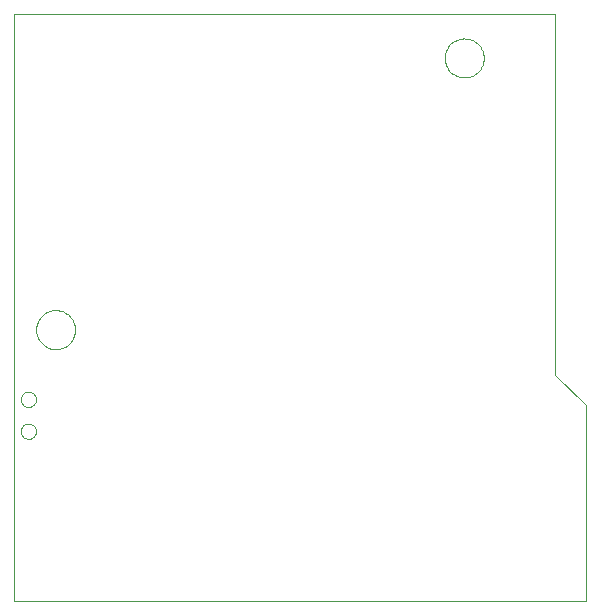
<source format=gbo>
G75*
G70*
%OFA0B0*%
%FSLAX24Y24*%
%IPPOS*%
%LPD*%
%AMOC8*
5,1,8,0,0,1.08239X$1,22.5*
%
%ADD10C,0.0000*%
D10*
X002631Y002862D02*
X002631Y022429D01*
X020662Y022429D01*
X020662Y010421D01*
X021686Y009398D01*
X021686Y002862D01*
X002631Y002862D01*
X002847Y008532D02*
X002849Y008563D01*
X002855Y008594D01*
X002864Y008624D01*
X002877Y008653D01*
X002894Y008680D01*
X002914Y008704D01*
X002936Y008726D01*
X002962Y008745D01*
X002989Y008761D01*
X003018Y008773D01*
X003048Y008782D01*
X003079Y008787D01*
X003111Y008788D01*
X003142Y008785D01*
X003173Y008778D01*
X003203Y008768D01*
X003231Y008754D01*
X003257Y008736D01*
X003281Y008716D01*
X003302Y008692D01*
X003321Y008667D01*
X003336Y008639D01*
X003347Y008610D01*
X003355Y008579D01*
X003359Y008548D01*
X003359Y008516D01*
X003355Y008485D01*
X003347Y008454D01*
X003336Y008425D01*
X003321Y008397D01*
X003302Y008372D01*
X003281Y008348D01*
X003257Y008328D01*
X003231Y008310D01*
X003203Y008296D01*
X003173Y008286D01*
X003142Y008279D01*
X003111Y008276D01*
X003079Y008277D01*
X003048Y008282D01*
X003018Y008291D01*
X002989Y008303D01*
X002962Y008319D01*
X002936Y008338D01*
X002914Y008360D01*
X002894Y008384D01*
X002877Y008411D01*
X002864Y008440D01*
X002855Y008470D01*
X002849Y008501D01*
X002847Y008532D01*
X002847Y009595D02*
X002849Y009626D01*
X002855Y009657D01*
X002864Y009687D01*
X002877Y009716D01*
X002894Y009743D01*
X002914Y009767D01*
X002936Y009789D01*
X002962Y009808D01*
X002989Y009824D01*
X003018Y009836D01*
X003048Y009845D01*
X003079Y009850D01*
X003111Y009851D01*
X003142Y009848D01*
X003173Y009841D01*
X003203Y009831D01*
X003231Y009817D01*
X003257Y009799D01*
X003281Y009779D01*
X003302Y009755D01*
X003321Y009730D01*
X003336Y009702D01*
X003347Y009673D01*
X003355Y009642D01*
X003359Y009611D01*
X003359Y009579D01*
X003355Y009548D01*
X003347Y009517D01*
X003336Y009488D01*
X003321Y009460D01*
X003302Y009435D01*
X003281Y009411D01*
X003257Y009391D01*
X003231Y009373D01*
X003203Y009359D01*
X003173Y009349D01*
X003142Y009342D01*
X003111Y009339D01*
X003079Y009340D01*
X003048Y009345D01*
X003018Y009354D01*
X002989Y009366D01*
X002962Y009382D01*
X002936Y009401D01*
X002914Y009423D01*
X002894Y009447D01*
X002877Y009474D01*
X002864Y009503D01*
X002855Y009533D01*
X002849Y009564D01*
X002847Y009595D01*
X003359Y011917D02*
X003361Y011967D01*
X003367Y012017D01*
X003377Y012067D01*
X003390Y012115D01*
X003407Y012163D01*
X003428Y012209D01*
X003452Y012253D01*
X003480Y012295D01*
X003511Y012335D01*
X003545Y012372D01*
X003582Y012407D01*
X003621Y012438D01*
X003662Y012467D01*
X003706Y012492D01*
X003752Y012514D01*
X003799Y012532D01*
X003847Y012546D01*
X003896Y012557D01*
X003946Y012564D01*
X003996Y012567D01*
X004047Y012566D01*
X004097Y012561D01*
X004147Y012552D01*
X004195Y012540D01*
X004243Y012523D01*
X004289Y012503D01*
X004334Y012480D01*
X004377Y012453D01*
X004417Y012423D01*
X004455Y012390D01*
X004490Y012354D01*
X004523Y012315D01*
X004552Y012274D01*
X004578Y012231D01*
X004601Y012186D01*
X004620Y012139D01*
X004635Y012091D01*
X004647Y012042D01*
X004655Y011992D01*
X004659Y011942D01*
X004659Y011892D01*
X004655Y011842D01*
X004647Y011792D01*
X004635Y011743D01*
X004620Y011695D01*
X004601Y011648D01*
X004578Y011603D01*
X004552Y011560D01*
X004523Y011519D01*
X004490Y011480D01*
X004455Y011444D01*
X004417Y011411D01*
X004377Y011381D01*
X004334Y011354D01*
X004289Y011331D01*
X004243Y011311D01*
X004195Y011294D01*
X004147Y011282D01*
X004097Y011273D01*
X004047Y011268D01*
X003996Y011267D01*
X003946Y011270D01*
X003896Y011277D01*
X003847Y011288D01*
X003799Y011302D01*
X003752Y011320D01*
X003706Y011342D01*
X003662Y011367D01*
X003621Y011396D01*
X003582Y011427D01*
X003545Y011462D01*
X003511Y011499D01*
X003480Y011539D01*
X003452Y011581D01*
X003428Y011625D01*
X003407Y011671D01*
X003390Y011719D01*
X003377Y011767D01*
X003367Y011817D01*
X003361Y011867D01*
X003359Y011917D01*
X016981Y020973D02*
X016983Y021023D01*
X016989Y021073D01*
X016999Y021123D01*
X017012Y021171D01*
X017029Y021219D01*
X017050Y021265D01*
X017074Y021309D01*
X017102Y021351D01*
X017133Y021391D01*
X017167Y021428D01*
X017204Y021463D01*
X017243Y021494D01*
X017284Y021523D01*
X017328Y021548D01*
X017374Y021570D01*
X017421Y021588D01*
X017469Y021602D01*
X017518Y021613D01*
X017568Y021620D01*
X017618Y021623D01*
X017669Y021622D01*
X017719Y021617D01*
X017769Y021608D01*
X017817Y021596D01*
X017865Y021579D01*
X017911Y021559D01*
X017956Y021536D01*
X017999Y021509D01*
X018039Y021479D01*
X018077Y021446D01*
X018112Y021410D01*
X018145Y021371D01*
X018174Y021330D01*
X018200Y021287D01*
X018223Y021242D01*
X018242Y021195D01*
X018257Y021147D01*
X018269Y021098D01*
X018277Y021048D01*
X018281Y020998D01*
X018281Y020948D01*
X018277Y020898D01*
X018269Y020848D01*
X018257Y020799D01*
X018242Y020751D01*
X018223Y020704D01*
X018200Y020659D01*
X018174Y020616D01*
X018145Y020575D01*
X018112Y020536D01*
X018077Y020500D01*
X018039Y020467D01*
X017999Y020437D01*
X017956Y020410D01*
X017911Y020387D01*
X017865Y020367D01*
X017817Y020350D01*
X017769Y020338D01*
X017719Y020329D01*
X017669Y020324D01*
X017618Y020323D01*
X017568Y020326D01*
X017518Y020333D01*
X017469Y020344D01*
X017421Y020358D01*
X017374Y020376D01*
X017328Y020398D01*
X017284Y020423D01*
X017243Y020452D01*
X017204Y020483D01*
X017167Y020518D01*
X017133Y020555D01*
X017102Y020595D01*
X017074Y020637D01*
X017050Y020681D01*
X017029Y020727D01*
X017012Y020775D01*
X016999Y020823D01*
X016989Y020873D01*
X016983Y020923D01*
X016981Y020973D01*
M02*

</source>
